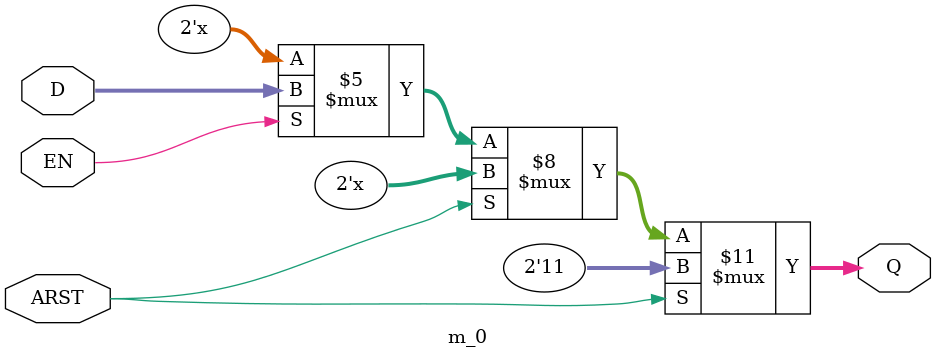
<source format=v>
module m_0 (EN, ARST, D, Q);

parameter WIDTH = 2;
parameter EN_POLARITY = 1'b1;
parameter ARST_POLARITY = 1'b1;
parameter ARST_VALUE = 3;

input EN, ARST;
input [WIDTH-1:0] D;
output reg [WIDTH-1:0] Q;

always @* begin
	if (ARST == ARST_POLARITY)
		Q = ARST_VALUE;
	else if (EN == EN_POLARITY)
		Q = D;
end

endmodule

</source>
